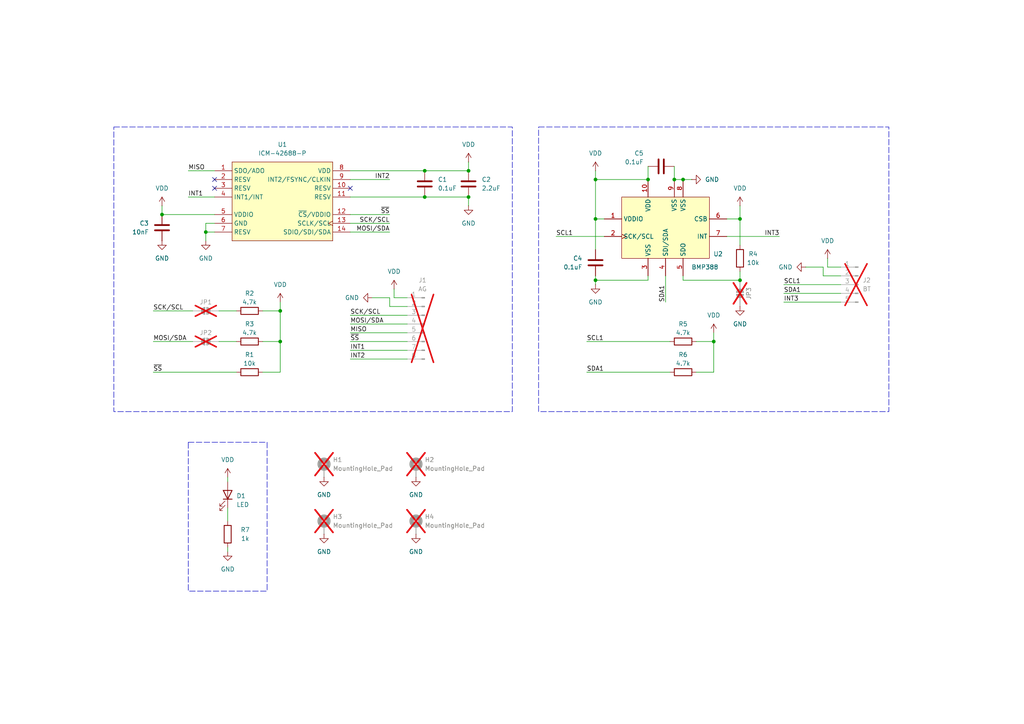
<source format=kicad_sch>
(kicad_sch (version 20231120) (generator "eeschema") (generator_version "8.0")
  (paper "A4")
  (title_block (title "Barsotion DevBoard AH1") (date "2024-08-05") (rev "v1") (company "Barsotion KOy") (comment 2 "Victor Kinderknecht"))
  (lib_symbols
    (symbol "Connector:Conn_01x05_Pin" (pin_names (offset 1.016) hide)
      (property "Reference" "J" (at 0 7.62 0))
      (property "Value" "Conn_01x05_Pin" (at 0 -7.62 0))
      (symbol "Conn_01x05_Pin_1_1"
        (polyline (pts (xy 1.27 -5.08) (xy 0.8636 -5.08)) (stroke (width 0.1524)))
        (polyline (pts (xy 1.27 -2.54) (xy 0.8636 -2.54)) (stroke (width 0.1524)))
        (polyline (pts (xy 1.27 0) (xy 0.8636 0)) (stroke (width 0.1524)))
        (polyline (pts (xy 1.27 2.54) (xy 0.8636 2.54)) (stroke (width 0.1524)))
        (polyline (pts (xy 1.27 5.08) (xy 0.8636 5.08)) (stroke (width 0.1524)))
        (rectangle (start 0.8636 -4.953) (end 0 -5.207) (stroke (width 0.1524)) (fill (type outline)))
        (rectangle (start 0.8636 -2.413) (end 0 -2.667) (stroke (width 0.1524)) (fill (type outline)))
        (rectangle (start 0.8636 0.127) (end 0 -0.127) (stroke (width 0.1524)) (fill (type outline)))
        (rectangle (start 0.8636 2.667) (end 0 2.413) (stroke (width 0.1524)) (fill (type outline)))
        (rectangle (start 0.8636 5.207) (end 0 4.953) (stroke (width 0.1524)) (fill (type outline)))
        (pin passive line (at 5.08 5.08 180) (length 3.81) (name "Pin_1") (number "1"))
        (pin passive line (at 5.08 2.54 180) (length 3.81) (name "Pin_2") (number "2"))
        (pin passive line (at 5.08 0 180) (length 3.81) (name "Pin_3") (number "3"))
        (pin passive line (at 5.08 -2.54 180) (length 3.81) (name "Pin_4") (number "4"))
        (pin passive line (at 5.08 -5.08 180) (length 3.81) (name "Pin_5") (number "5"))
      )
    )
    (symbol "Connector:Conn_01x08_Pin" (pin_names (offset 1.016) hide)
      (property "Reference" "J" (at 0 10.16 0))
      (property "Value" "Conn_01x08_Pin" (at 0 -12.7 0))
      (symbol "Conn_01x08_Pin_1_1"
        (polyline (pts (xy 1.27 -10.16) (xy 0.8636 -10.16)) (stroke (width 0.1524)))
        (polyline (pts (xy 1.27 -7.62) (xy 0.8636 -7.62)) (stroke (width 0.1524)))
        (polyline (pts (xy 1.27 -5.08) (xy 0.8636 -5.08)) (stroke (width 0.1524)))
        (polyline (pts (xy 1.27 -2.54) (xy 0.8636 -2.54)) (stroke (width 0.1524)))
        (polyline (pts (xy 1.27 0) (xy 0.8636 0)) (stroke (width 0.1524)))
        (polyline (pts (xy 1.27 2.54) (xy 0.8636 2.54)) (stroke (width 0.1524)))
        (polyline (pts (xy 1.27 5.08) (xy 0.8636 5.08)) (stroke (width 0.1524)))
        (polyline (pts (xy 1.27 7.62) (xy 0.8636 7.62)) (stroke (width 0.1524)))
        (rectangle (start 0.8636 -10.033) (end 0 -10.287) (stroke (width 0.1524)) (fill (type outline)))
        (rectangle (start 0.8636 -7.493) (end 0 -7.747) (stroke (width 0.1524)) (fill (type outline)))
        (rectangle (start 0.8636 -4.953) (end 0 -5.207) (stroke (width 0.1524)) (fill (type outline)))
        (rectangle (start 0.8636 -2.413) (end 0 -2.667) (stroke (width 0.1524)) (fill (type outline)))
        (rectangle (start 0.8636 0.127) (end 0 -0.127) (stroke (width 0.1524)) (fill (type outline)))
        (rectangle (start 0.8636 2.667) (end 0 2.413) (stroke (width 0.1524)) (fill (type outline)))
        (rectangle (start 0.8636 5.207) (end 0 4.953) (stroke (width 0.1524)) (fill (type outline)))
        (rectangle (start 0.8636 7.747) (end 0 7.493) (stroke (width 0.1524)) (fill (type outline)))
        (pin passive line (at 5.08 7.62 180) (length 3.81) (name "Pin_1") (number "1"))
        (pin passive line (at 5.08 5.08 180) (length 3.81) (name "Pin_2") (number "2"))
        (pin passive line (at 5.08 2.54 180) (length 3.81) (name "Pin_3") (number "3"))
        (pin passive line (at 5.08 0 180) (length 3.81) (name "Pin_4") (number "4"))
        (pin passive line (at 5.08 -2.54 180) (length 3.81) (name "Pin_5") (number "5"))
        (pin passive line (at 5.08 -5.08 180) (length 3.81) (name "Pin_6") (number "6"))
        (pin passive line (at 5.08 -7.62 180) (length 3.81) (name "Pin_7") (number "7"))
        (pin passive line (at 5.08 -10.16 180) (length 3.81) (name "Pin_8") (number "8"))
      )
    )
    (symbol "Device:C" (pin_numbers hide) (pin_names (offset 0.254))
      (property "Reference" "C" (at 0.635 2.54 0))
      (property "Value" "C" (at 0.635 -2.54 0))
      (symbol "C_0_1"
        (polyline (pts (xy -2.032 -0.762) (xy 2.032 -0.762)) (stroke (width 0.508)))
        (polyline (pts (xy -2.032 0.762) (xy 2.032 0.762)) (stroke (width 0.508)))
      )
      (symbol "C_1_1"
        (pin passive line (at 0 3.81 270) (length 2.794) (name "~") (number "1"))
        (pin passive line (at 0 -3.81 90) (length 2.794) (name "~") (number "2"))
      )
    )
    (symbol "Device:LED" (pin_numbers hide) (pin_names (offset 1.016) hide)
      (property "Reference" "D" (at 0 2.54 0))
      (property "Value" "LED" (at 0 -2.54 0))
      (symbol "LED_0_1"
        (polyline (pts (xy -1.27 -1.27) (xy -1.27 1.27)) (stroke (width 0.254)))
        (polyline (pts (xy -1.27 0) (xy 1.27 0)))
        (polyline (pts (xy 1.27 -1.27) (xy 1.27 1.27) (xy -1.27 0) (xy 1.27 -1.27)) (stroke (width 0.254)))
        (polyline (pts (xy -3.048 -0.762) (xy -4.572 -2.286) (xy -3.81 -2.286) (xy -4.572 -2.286) (xy -4.572 -1.524)))
        (polyline (pts (xy -1.778 -0.762) (xy -3.302 -2.286) (xy -2.54 -2.286) (xy -3.302 -2.286) (xy -3.302 -1.524)))
      )
      (symbol "LED_1_1"
        (pin passive line (at -3.81 0 0) (length 2.54) (name "K") (number "1"))
        (pin passive line (at 3.81 0 180) (length 2.54) (name "A") (number "2"))
      )
    )
    (symbol "Device:R" (pin_numbers hide) (pin_names (offset 0))
      (property "Reference" "R" (at 2.032 0 90))
      (property "Value" "R" (at 0 0 90))
      (symbol "R_0_1"
        (rectangle (start -1.016 -2.54) (end 1.016 2.54) (stroke (width 0.254)))
      )
      (symbol "R_1_1"
        (pin passive line (at 0 3.81 270) (length 1.27) (name "~") (number "1"))
        (pin passive line (at 0 -3.81 90) (length 1.27) (name "~") (number "2"))
      )
    )
    (symbol "Jumper:SolderJumper_2_Open" (pin_numbers hide) (pin_names (offset 0) hide) (exclude_from_sim yes) (in_bom no)
      (property "Reference" "JP" (at 0 2.032 0))
      (property "Value" "SolderJumper_2_Open" (at 0 -2.54 0))
      (symbol "SolderJumper_2_Open_0_1"
        (arc (start -0.254 1.016) (mid -1.2656 0) (end -0.254 -1.016))
        (arc (start -0.254 1.016) (mid -1.2656 0) (end -0.254 -1.016) (fill (type outline)))
        (polyline (pts (xy -0.254 1.016) (xy -0.254 -1.016)))
        (polyline (pts (xy 0.254 1.016) (xy 0.254 -1.016)))
        (arc (start 0.254 -1.016) (mid 1.2656 0) (end 0.254 1.016))
        (arc (start 0.254 -1.016) (mid 1.2656 0) (end 0.254 1.016) (fill (type outline)))
      )
      (symbol "SolderJumper_2_Open_1_1"
        (pin passive line (at -3.81 0 0) (length 2.54) (name "A") (number "1"))
        (pin passive line (at 3.81 0 180) (length 2.54) (name "B") (number "2"))
      )
    )
    (symbol "Mechanical:MountingHole_Pad" (pin_numbers hide) (pin_names (offset 1.016) hide) (exclude_from_sim yes) (in_bom no)
      (property "Reference" "H" (at 0 6.35 0))
      (property "Value" "MountingHole_Pad" (at 0 4.445 0))
      (symbol "MountingHole_Pad_0_1"
        (circle (center 0 1.27) (radius 1.27) (stroke (width 1.27)))
      )
      (symbol "MountingHole_Pad_1_1"
        (pin input line (at 0 -2.54 90) (length 2.54) (name "1") (number "1"))
      )
    )
    (symbol "Sensors:BMP388"
      (property "Reference" "U" (at 8.89 -10.16 0))
      (property "Value" "BMP388" (at 7.62 -11.43 0))
      (symbol "BMP388_1_1"
        (rectangle (start -12.7 8.89) (end 12.7 -8.89) (fill (type background)))
        (pin power_in line (at -17.78 2.54 0) (length 5.08) (name "VDDIO") (number "1"))
        (pin power_in line (at -5.08 13.97 270) (length 5.08) (name "VDD") (number "10"))
        (pin input clock (at -17.78 -2.54 0) (length 5.08) (name "SCK/SCL") (number "2"))
        (pin power_in line (at -5.08 -13.97 90) (length 5.08) (name "VSS") (number "3"))
        (pin passive line (at 0 -13.97 90) (length 5.08) (name "SDI/SDA") (number "4"))
        (pin passive line (at 5.08 -13.97 90) (length 5.08) (name "SDO") (number "5"))
        (pin input line (at 17.78 2.54 180) (length 5.08) (name "CSB") (number "6"))
        (pin output line (at 17.78 -2.54 180) (length 5.08) (name "INT") (number "7"))
        (pin power_in line (at 5.08 13.97 270) (length 5.08) (name "VSS") (number "8"))
        (pin power_in line (at 2.54 13.97 270) (length 5.08) (name "VSS") (number "9"))
      )
    )
    (symbol "Sensors:ICM-42688-P"
      (property "Reference" "U" (at 6.35 12.7 0))
      (property "Value" "ICM-42688-P" (at -6.35 12.7 0))
      (symbol "ICM-42688-P_1_1"
        (rectangle (start -15.24 11.43) (end 13.97 -11.43) (fill (type background)))
        (pin passive line (at -20.32 8.89 0) (length 5.08) (name "SDO/ADO") (number "1"))
        (pin passive line (at 19.05 3.81 180) (length 5.08) (name "RESV") (number "10"))
        (pin power_in line (at 19.05 1.27 180) (length 5.08) (name "RESV") (number "11"))
        (pin input line (at 19.05 -3.81 180) (length 5.08) (name "~{CS}/VDDIO") (number "12"))
        (pin input clock (at 19.05 -6.35 180) (length 5.08) (name "SCLK/SCL") (number "13"))
        (pin input line (at 19.05 -8.89 180) (length 5.08) (name "SDIO/SDI/SDA") (number "14"))
        (pin passive line (at -20.32 6.35 0) (length 5.08) (name "RESV") (number "2"))
        (pin passive line (at -20.32 3.81 0) (length 5.08) (name "RESV") (number "3"))
        (pin output line (at -20.32 1.27 0) (length 5.08) (name "INT1/INT") (number "4"))
        (pin power_in line (at -20.32 -3.81 0) (length 5.08) (name "VDDIO") (number "5"))
        (pin power_in line (at -20.32 -6.35 0) (length 5.08) (name "GND") (number "6"))
        (pin passive line (at -20.32 -8.89 0) (length 5.08) (name "RESV") (number "7"))
        (pin power_in line (at 19.05 8.89 180) (length 5.08) (name "VDD") (number "8"))
        (pin passive line (at 19.05 6.35 180) (length 5.08) (name "INT2/FSYNC/CLKIN") (number "9"))
      )
    )
    (symbol "power:GND" (power) (pin_numbers hide) (pin_names (offset 0) hide)
      (property "Value" "GND" (at 0 -3.81 0))
      (symbol "GND_0_1"
        (polyline (pts (xy 0 0) (xy 0 -1.27) (xy 1.27 -1.27) (xy 0 -2.54) (xy -1.27 -1.27) (xy 0 -1.27)))
      )
      (symbol "GND_1_1"
        (pin power_in line (at 0 0 270) (length 0) (name "~") (number "1"))
      )
    )
    (symbol "power:VDD" (power) (pin_numbers hide) (pin_names (offset 0) hide)
      (property "Value" "VDD" (at 0 3.556 0))
      (symbol "VDD_0_1"
        (polyline (pts (xy -0.762 1.27) (xy 0 2.54)))
        (polyline (pts (xy 0 0) (xy 0 2.54)))
        (polyline (pts (xy 0 2.54) (xy 0.762 1.27)))
      )
      (symbol "VDD_1_1"
        (pin power_in line (at 0 0 90) (length 0) (name "~") (number "1"))
      )
    )
  )
  (junction (at 172.72 52.07))
  (junction (at 195.58 52.07))
  (junction (at 198.12 52.07))
  (junction (at 135.89 49.53))
  (junction (at 46.99 62.23))
  (junction (at 123.19 49.53))
  (junction (at 81.28 90.17))
  (junction (at 172.72 63.5))
  (junction (at 81.28 99.06))
  (junction (at 135.89 57.15))
  (junction (at 187.96 52.07))
  (junction (at 214.63 63.5))
  (junction (at 207.01 99.06))
  (junction (at 59.69 67.31))
  (junction (at 214.63 81.28))
  (junction (at 172.72 81.28))
  (junction (at 123.19 57.15))
  (no_connect (at 101.6 54.61))
  (no_connect (at 62.23 54.61))
  (no_connect (at 62.23 52.07))
  (wire (pts (xy 207.01 96.52) (xy 207.01 99.06)))
  (wire (pts (xy 214.63 81.28) (xy 214.63 78.74)))
  (wire (pts (xy 81.28 90.17) (xy 81.28 99.06)))
  (wire (pts (xy 44.45 107.95) (xy 68.58 107.95)))
  (wire (pts (xy 172.72 81.28) (xy 172.72 82.55)))
  (wire (pts (xy 233.68 77.47) (xy 238.76 77.47)))
  (wire (pts (xy 76.2 107.95) (xy 81.28 107.95)))
  (wire (pts (xy 214.63 63.5) (xy 214.63 71.12)))
  (wire (pts (xy 172.72 63.5) (xy 172.72 52.07)))
  (wire (pts (xy 172.72 72.39) (xy 172.72 63.5)))
  (wire (pts (xy 123.19 49.53) (xy 135.89 49.53)))
  (wire (pts (xy 187.96 81.28) (xy 172.72 81.28)))
  (wire (pts (xy 66.04 158.75) (xy 66.04 160.02)))
  (wire (pts (xy 81.28 107.95) (xy 81.28 99.06)))
  (wire (pts (xy 135.89 46.99) (xy 135.89 49.53)))
  (wire (pts (xy 107.95 86.36) (xy 113.03 86.36)))
  (wire (pts (xy 210.82 68.58) (xy 226.06 68.58)))
  (wire (pts (xy 76.2 90.17) (xy 81.28 90.17)))
  (wire (pts (xy 101.6 101.6) (xy 118.11 101.6)))
  (wire (pts (xy 101.6 62.23) (xy 113.03 62.23)))
  (wire (pts (xy 101.6 57.15) (xy 123.19 57.15)))
  (wire (pts (xy 214.63 63.5) (xy 210.82 63.5)))
  (wire (pts (xy 172.72 49.53) (xy 172.72 52.07)))
  (wire (pts (xy 198.12 80.01) (xy 198.12 81.28)))
  (wire (pts (xy 207.01 107.95) (xy 207.01 99.06)))
  (wire (pts (xy 195.58 48.26) (xy 195.58 52.07)))
  (wire (pts (xy 240.03 77.47) (xy 243.84 77.47)))
  (wire (pts (xy 227.33 85.09) (xy 243.84 85.09)))
  (wire (pts (xy 114.3 86.36) (xy 118.11 86.36)))
  (wire (pts (xy 187.96 80.01) (xy 187.96 81.28)))
  (wire (pts (xy 227.33 87.63) (xy 243.84 87.63)))
  (wire (pts (xy 46.99 62.23) (xy 62.23 62.23)))
  (wire (pts (xy 101.6 96.52) (xy 118.11 96.52)))
  (wire (pts (xy 66.04 147.32) (xy 66.04 151.13)))
  (wire (pts (xy 123.19 57.15) (xy 135.89 57.15)))
  (wire (pts (xy 198.12 81.28) (xy 214.63 81.28)))
  (wire (pts (xy 101.6 91.44) (xy 118.11 91.44)))
  (wire (pts (xy 101.6 52.07) (xy 113.03 52.07)))
  (wire (pts (xy 81.28 99.06) (xy 76.2 99.06)))
  (wire (pts (xy 101.6 49.53) (xy 123.19 49.53)))
  (wire (pts (xy 113.03 88.9) (xy 118.11 88.9)))
  (wire (pts (xy 101.6 104.14) (xy 118.11 104.14)))
  (wire (pts (xy 46.99 59.69) (xy 46.99 62.23)))
  (wire (pts (xy 59.69 64.77) (xy 59.69 67.31)))
  (wire (pts (xy 113.03 86.36) (xy 113.03 88.9)))
  (wire (pts (xy 63.5 90.17) (xy 68.58 90.17)))
  (wire (pts (xy 135.89 57.15) (xy 135.89 59.69)))
  (wire (pts (xy 172.72 63.5) (xy 175.26 63.5)))
  (wire (pts (xy 66.04 138.43) (xy 66.04 139.7)))
  (wire (pts (xy 170.18 99.06) (xy 194.31 99.06)))
  (wire (pts (xy 54.61 49.53) (xy 62.23 49.53)))
  (wire (pts (xy 240.03 74.93) (xy 240.03 77.47)))
  (wire (pts (xy 62.23 64.77) (xy 59.69 64.77)))
  (wire (pts (xy 63.5 99.06) (xy 68.58 99.06)))
  (wire (pts (xy 44.45 99.06) (xy 55.88 99.06)))
  (wire (pts (xy 201.93 107.95) (xy 207.01 107.95)))
  (wire (pts (xy 101.6 93.98) (xy 118.11 93.98)))
  (wire (pts (xy 101.6 64.77) (xy 113.03 64.77)))
  (wire (pts (xy 198.12 52.07) (xy 200.66 52.07)))
  (wire (pts (xy 238.76 77.47) (xy 238.76 80.01)))
  (wire (pts (xy 207.01 99.06) (xy 201.93 99.06)))
  (wire (pts (xy 187.96 48.26) (xy 187.96 52.07)))
  (wire (pts (xy 195.58 52.07) (xy 198.12 52.07)))
  (wire (pts (xy 172.72 81.28) (xy 172.72 80.01)))
  (wire (pts (xy 114.3 83.82) (xy 114.3 86.36)))
  (wire (pts (xy 214.63 59.69) (xy 214.63 63.5)))
  (wire (pts (xy 172.72 52.07) (xy 187.96 52.07)))
  (wire (pts (xy 227.33 82.55) (xy 243.84 82.55)))
  (wire (pts (xy 101.6 67.31) (xy 113.03 67.31)))
  (wire (pts (xy 238.76 80.01) (xy 243.84 80.01)))
  (wire (pts (xy 161.29 68.58) (xy 175.26 68.58)))
  (wire (pts (xy 59.69 69.85) (xy 59.69 67.31)))
  (wire (pts (xy 170.18 107.95) (xy 194.31 107.95)))
  (wire (pts (xy 101.6 99.06) (xy 118.11 99.06)))
  (wire (pts (xy 193.04 80.01) (xy 193.04 87.63)))
  (wire (pts (xy 54.61 57.15) (xy 62.23 57.15)))
  (wire (pts (xy 59.69 67.31) (xy 62.23 67.31)))
  (wire (pts (xy 81.28 87.63) (xy 81.28 90.17)))
  (wire (pts (xy 44.45 90.17) (xy 55.88 90.17)))
  (rectangle (start 156.21 36.83) (end 257.81 119.38) (stroke (width 0) (type dash)))
  (rectangle (start 54.61 128.27) (end 77.47 171.45) (stroke (width 0) (type dash)))
  (rectangle (start 33.02 36.83) (end 148.59 119.38) (stroke (width 0) (type dash)))
  (label "SCK{slash}SCL" (at 44.45 90.17 0))
  (label "INT2" (at 113.03 52.07 180))
  (label "SDA1" (at 170.18 107.95 0))
  (label "~{SS}" (at 113.03 62.23 180))
  (label "INT1" (at 54.61 57.15 0))
  (label "~{SS}" (at 101.6 99.06 0))
  (label "SDA1" (at 193.04 87.63 90))
  (label "MISO" (at 54.61 49.53 0))
  (label "~{SS}" (at 44.45 107.95 0))
  (label "INT3" (at 226.06 68.58 180))
  (label "SCK{slash}SCL" (at 101.6 91.44 0))
  (label "INT1" (at 101.6 101.6 0))
  (label "SCK{slash}SCL" (at 113.03 64.77 180))
  (label "MISO" (at 101.6 96.52 0))
  (label "SCL1" (at 227.33 82.55 0))
  (label "SDA1" (at 227.33 85.09 0))
  (label "SCL1" (at 161.29 68.58 0))
  (label "MOSI{slash}SDA" (at 44.45 99.06 0))
  (label "MOSI{slash}SDA" (at 101.6 93.98 0))
  (label "INT3" (at 227.33 87.63 0))
  (label "INT2" (at 101.6 104.14 0))
  (label "MOSI{slash}SDA" (at 113.03 67.31 180))
  (label "SCL1" (at 170.18 99.06 0))
  (symbol (lib_id "Device:R") (at 198.12 99.06 90) (unit 1)
    (property "Reference" "R5" (at 198.12 93.98 90))
    (property "Value" "4.7k" (at 198.12 96.52 90))
    (property "Footprint" "Resistor_SMD:R_0603_1608Metric" (effects (hide yes)))
    (property "Description" "Resistor 0603" (effects (hide yes)))
  )
  (symbol (lib_id "power:VDD") (at 135.89 46.99 0) (unit 1)
    (property "Reference" "#PWR05" (effects (hide yes)))
    (property "Value" "VDD" (at 135.89 41.91 0))
    (property "Description" "Power symbol creates a global label with name \"VDD\"" (effects (hide yes)))
  )
  (symbol (lib_id "power:GND") (at 66.04 160.02 0) (unit 1)
    (property "Reference" "#PWR018" (effects (hide yes)))
    (property "Value" "GND" (at 66.04 165.1 0))
    (property "Description" "Power symbol creates a global label with name \"GND\" , ground" (effects (hide yes)))
  )
  (symbol (lib_id "Device:R") (at 66.04 154.94 0) (unit 1)
    (property "Reference" "R7" (at 71.12 153.67 0))
    (property "Value" "1k" (at 71.12 156.21 0))
    (property "Footprint" "Resistor_SMD:R_0603_1608Metric" (effects (hide yes)))
    (property "Description" "Resistor 0603" (effects (hide yes)))
  )
  (symbol (lib_id "Mechanical:MountingHole_Pad") (at 120.65 152.4 0) (unit 1) (exclude_from_sim yes) (in_bom no) (dnp yes)
    (property "Reference" "H4" (at 123.19 149.8599 0) (effects (justify left)))
    (property "Value" "MountingHole_Pad" (at 123.19 152.3999 0) (effects (justify left)))
    (property "Footprint" "MountingHole:MountingHole_2.7mm_Pad_Via" (effects (hide yes)))
    (property "Description" "Mounting Hole with connection" (effects (hide yes)))
  )
  (symbol (lib_id "Device:R") (at 72.39 90.17 90) (unit 1)
    (property "Reference" "R2" (at 72.39 85.09 90))
    (property "Value" "4.7k" (at 72.39 87.63 90))
    (property "Footprint" "Resistor_SMD:R_0603_1608Metric" (effects (hide yes)))
    (property "Description" "Resistor 0603" (effects (hide yes)))
  )
  (symbol (lib_id "power:GND") (at 120.65 138.43 0) (unit 1) (in_bom no)
    (property "Reference" "#PWR020" (effects (hide yes)))
    (property "Value" "GND" (at 120.65 143.51 0))
    (property "Description" "Power symbol creates a global label with name \"GND\" , ground" (effects (hide yes)))
  )
  (symbol (lib_id "power:GND") (at 107.95 86.36 270) (unit 1)
    (property "Reference" "#PWR013" (effects (hide yes)))
    (property "Value" "GND" (at 104.14 86.3599 90) (effects (justify right)))
    (property "Description" "Power symbol creates a global label with name \"GND\" , ground" (effects (hide yes)))
  )
  (symbol (lib_id "power:GND") (at 46.99 69.85 0) (unit 1)
    (property "Reference" "#PWR03" (effects (hide yes)))
    (property "Value" "GND" (at 46.99 74.93 0))
    (property "Description" "Power symbol creates a global label with name \"GND\" , ground" (effects (hide yes)))
  )
  (symbol (lib_id "power:VDD") (at 240.03 74.93 0) (unit 1)
    (property "Reference" "#PWR016" (effects (hide yes)))
    (property "Value" "VDD" (at 240.03 69.85 0))
    (property "Description" "Power symbol creates a global label with name \"VDD\"" (effects (hide yes)))
  )
  (symbol (lib_id "Device:C") (at 135.89 53.34 0) (unit 1)
    (property "Reference" "C2" (at 139.7 52.0699 0) (effects (justify left)))
    (property "Value" "2.2uF" (at 139.7 54.6099 0) (effects (justify left)))
    (property "Footprint" "Capacitor_SMD:C_0603_1608Metric" (effects (hide yes)))
    (property "Description" "Unpolarized capacitor 0603 X7R" (effects (hide yes)))
  )
  (symbol (lib_id "power:GND") (at 93.98 154.94 0) (unit 1) (in_bom no)
    (property "Reference" "#PWR021" (effects (hide yes)))
    (property "Value" "GND" (at 93.98 160.02 0))
    (property "Description" "Power symbol creates a global label with name \"GND\" , ground" (effects (hide yes)))
  )
  (symbol (lib_id "Mechanical:MountingHole_Pad") (at 93.98 135.89 0) (unit 1) (exclude_from_sim yes) (in_bom no) (dnp yes)
    (property "Reference" "H1" (at 96.52 133.3499 0) (effects (justify left)))
    (property "Value" "MountingHole_Pad" (at 96.52 135.8899 0) (effects (justify left)))
    (property "Footprint" "MountingHole:MountingHole_2.7mm_Pad_Via" (effects (hide yes)))
    (property "Description" "Mounting Hole with connection" (effects (hide yes)))
  )
  (symbol (lib_id "power:VDD") (at 214.63 59.69 0) (unit 1)
    (property "Reference" "#PWR08" (effects (hide yes)))
    (property "Value" "VDD" (at 214.63 54.61 0))
    (property "Description" "Power symbol creates a global label with name \"VDD\"" (effects (hide yes)))
  )
  (symbol (lib_id "Mechanical:MountingHole_Pad") (at 120.65 135.89 0) (unit 1) (exclude_from_sim yes) (in_bom no) (dnp yes)
    (property "Reference" "H2" (at 123.19 133.3499 0) (effects (justify left)))
    (property "Value" "MountingHole_Pad" (at 123.19 135.8899 0) (effects (justify left)))
    (property "Footprint" "MountingHole:MountingHole_2.7mm_Pad_Via" (effects (hide yes)))
    (property "Description" "Mounting Hole with connection" (effects (hide yes)))
  )
  (symbol (lib_id "Device:R") (at 214.63 74.93 0) (unit 1)
    (property "Reference" "R4" (at 218.44 73.66 0))
    (property "Value" "10k" (at 218.44 76.2 0))
    (property "Footprint" "Resistor_SMD:R_0603_1608Metric" (effects (hide yes)))
    (property "Description" "Resistor 0603" (effects (hide yes)))
  )
  (symbol (lib_id "Device:LED") (at 66.04 143.51 270) (mirror x) (unit 1)
    (property "Reference" "D1" (at 68.58 143.8274 90) (effects (justify left)))
    (property "Value" "LED" (at 68.58 146.3674 90) (effects (justify left)))
    (property "Footprint" "LED_SMD:LED_0603_1608Metric" (effects (hide yes)))
    (property "Description" "Light emitting diode, green 0603" (effects (hide yes)))
  )
  (symbol (lib_id "power:VDD") (at 46.99 59.69 0) (unit 1)
    (property "Reference" "#PWR06" (effects (hide yes)))
    (property "Value" "VDD" (at 46.99 54.61 0))
    (property "Description" "Power symbol creates a global label with name \"VDD\"" (effects (hide yes)))
  )
  (symbol (lib_id "Sensors:BMP388") (at 193.04 66.04 0) (unit 1)
    (property "Reference" "U2" (at 208.28 73.66 0))
    (property "Value" "BMP388" (at 204.47 77.47 0))
    (property "Footprint" "Package_LGA:ST_HLGA-10_2x2mm_P0.5mm_LayoutBorder3x2y" (effects (hide yes)))
    (property "Datasheet" "https://pdf1.alldatasheet.com/datasheet-pdf/download/1132070/BOSCH/BMP388.html" (effects (hide yes)))
    (property "Description" "Bosch barometer thermometer" (effects (hide yes)))
  )
  (symbol (lib_id "power:GND") (at 59.69 69.85 0) (unit 1)
    (property "Reference" "#PWR02" (effects (hide yes)))
    (property "Value" "GND" (at 59.69 74.93 0))
    (property "Description" "Power symbol creates a global label with name \"GND\" , ground" (effects (hide yes)))
  )
  (symbol (lib_id "power:GND") (at 233.68 77.47 270) (unit 1)
    (property "Reference" "#PWR015" (effects (hide yes)))
    (property "Value" "GND" (at 229.87 77.4699 90) (effects (justify right)))
    (property "Description" "Power symbol creates a global label with name \"GND\" , ground" (effects (hide yes)))
  )
  (symbol (lib_id "power:GND") (at 214.63 88.9 0) (unit 1)
    (property "Reference" "#PWR010" (effects (hide yes)))
    (property "Value" "GND" (at 214.63 93.98 0))
    (property "Description" "Power symbol creates a global label with name \"GND\" , ground" (effects (hide yes)))
  )
  (symbol (lib_id "power:VDD") (at 207.01 96.52 0) (unit 1)
    (property "Reference" "#PWR012" (effects (hide yes)))
    (property "Value" "VDD" (at 207.01 91.44 0))
    (property "Description" "Power symbol creates a global label with name \"VDD\"" (effects (hide yes)))
  )
  (symbol (lib_id "power:VDD") (at 114.3 83.82 0) (unit 1)
    (property "Reference" "#PWR014" (effects (hide yes)))
    (property "Value" "VDD" (at 114.3 78.74 0))
    (property "Description" "Power symbol creates a global label with name \"VDD\"" (effects (hide yes)))
  )
  (symbol (lib_id "power:GND") (at 135.89 59.69 0) (unit 1)
    (property "Reference" "#PWR01" (effects (hide yes)))
    (property "Value" "GND" (at 135.89 64.77 0))
    (property "Description" "Power symbol creates a global label with name \"GND\" , ground" (effects (hide yes)))
  )
  (symbol (lib_id "power:GND") (at 120.65 154.94 0) (unit 1) (in_bom no)
    (property "Reference" "#PWR022" (effects (hide yes)))
    (property "Value" "GND" (at 120.65 160.02 0))
    (property "Description" "Power symbol creates a global label with name \"GND\" , ground" (effects (hide yes)))
  )
  (symbol (lib_id "Connector:Conn_01x08_Pin") (at 123.19 93.98 0) (mirror y) (unit 1) (dnp yes)
    (property "Reference" "J1" (at 122.555 81.28 0))
    (property "Value" "AG" (at 122.555 83.82 0))
    (property "Footprint" "Connector_PinHeader_2.54mm:PinHeader_1x08_P2.54mm_Vertical" (effects (hide yes)))
    (property "Description" "Generic connector, single row, 01x08, script generated" (effects (hide yes)))
  )
  (symbol (lib_id "Device:C") (at 123.19 53.34 0) (unit 1)
    (property "Reference" "C1" (at 127 52.0699 0) (effects (justify left)))
    (property "Value" "0.1uF" (at 127 54.6099 0) (effects (justify left)))
    (property "Footprint" "Capacitor_SMD:C_0603_1608Metric" (effects (hide yes)))
    (property "Description" "Unpolarized capacitor 0603 X7R" (effects (hide yes)))
  )
  (symbol (lib_id "Device:R") (at 72.39 107.95 90) (unit 1)
    (property "Reference" "R1" (at 72.39 102.87 90))
    (property "Value" "10k" (at 72.39 105.41 90))
    (property "Footprint" "Resistor_SMD:R_0603_1608Metric" (effects (hide yes)))
    (property "Description" "Resistor 0603" (effects (hide yes)))
  )
  (symbol (lib_id "Sensors:ICM-42688-P") (at 82.55 58.42 0) (unit 1)
    (property "Reference" "U1" (at 81.915 41.91 0))
    (property "Value" "ICM-42688-P" (at 81.915 44.45 0))
    (property "Footprint" "Package_LGA:LGA-14_3x2.5mm_P0.5mm_LayoutBorder3x4y" (effects (hide yes)))
    (property "Datasheet" "https://invensense.tdk.com/wp-content/uploads/2020/04/ds-000347_icm-42688-p-datasheet.pdf" (effects (hide yes)))
    (property "Description" "InvenSense High-precision 6-axes gyroscope accelerometer" (effects (hide yes)))
  )
  (symbol (lib_id "Device:C") (at 191.77 48.26 270) (mirror x) (unit 1)
    (property "Reference" "C5" (at 186.69 44.45 90) (effects (justify right)))
    (property "Value" "0.1uF" (at 186.69 46.99 90) (effects (justify right)))
    (property "Footprint" "Capacitor_SMD:C_0603_1608Metric" (effects (hide yes)))
    (property "Description" "Unpolarized capacitor 0603 X7R" (effects (hide yes)))
  )
  (symbol (lib_id "Jumper:SolderJumper_2_Open") (at 59.69 90.17 0) (unit 1) (exclude_from_sim yes) (in_bom no) (dnp yes)
    (property "Reference" "JP1" (at 59.69 87.63 0))
    (property "Value" "SolderJumper_2_Open" (effects (hide yes)))
    (property "Footprint" "Jumper:SolderJumper-2_P1.3mm_Open_RoundedPad1.0x1.5mm" (effects (hide yes)))
    (property "Description" "Solder Jumper, 2-pole, open" (effects (hide yes)))
  )
  (symbol (lib_id "Device:C") (at 46.99 66.04 0) (mirror y) (unit 1)
    (property "Reference" "C3" (at 43.18 64.7699 0) (effects (justify left)))
    (property "Value" "10nF" (at 43.18 67.3099 0) (effects (justify left)))
    (property "Footprint" "Capacitor_SMD:C_0603_1608Metric" (effects (hide yes)))
    (property "Description" "Unpolarized capacitor 0603 X7R" (effects (hide yes)))
  )
  (symbol (lib_id "power:VDD") (at 81.28 87.63 0) (unit 1)
    (property "Reference" "#PWR04" (effects (hide yes)))
    (property "Value" "VDD" (at 81.28 82.55 0))
    (property "Description" "Power symbol creates a global label with name \"VDD\"" (effects (hide yes)))
  )
  (symbol (lib_id "Device:R") (at 198.12 107.95 90) (unit 1)
    (property "Reference" "R6" (at 198.12 102.87 90))
    (property "Value" "4.7k" (at 198.12 105.41 90))
    (property "Footprint" "Resistor_SMD:R_0603_1608Metric" (effects (hide yes)))
    (property "Description" "Resistor 0603" (effects (hide yes)))
  )
  (symbol (lib_id "power:GND") (at 93.98 138.43 0) (unit 1) (in_bom no)
    (property "Reference" "#PWR019" (effects (hide yes)))
    (property "Value" "GND" (at 93.98 143.51 0))
    (property "Description" "Power symbol creates a global label with name \"GND\" , ground" (effects (hide yes)))
  )
  (symbol (lib_id "Device:C") (at 172.72 76.2 0) (mirror y) (unit 1)
    (property "Reference" "C4" (at 168.91 74.9299 0) (effects (justify left)))
    (property "Value" "0.1uF" (at 168.91 77.4699 0) (effects (justify left)))
    (property "Footprint" "Capacitor_SMD:C_0603_1608Metric" (effects (hide yes)))
    (property "Description" "Unpolarized capacitor 0603 X7R" (effects (hide yes)))
  )
  (symbol (lib_id "Device:R") (at 72.39 99.06 90) (unit 1)
    (property "Reference" "R3" (at 72.39 93.98 90))
    (property "Value" "4.7k" (at 72.39 96.52 90))
    (property "Footprint" "Resistor_SMD:R_0603_1608Metric" (effects (hide yes)))
    (property "Description" "Resistor 0603" (effects (hide yes)))
  )
  (symbol (lib_id "power:GND") (at 200.66 52.07 90) (unit 1)
    (property "Reference" "#PWR011" (effects (hide yes)))
    (property "Value" "GND" (at 204.47 52.0699 90) (effects (justify right)))
    (property "Description" "Power symbol creates a global label with name \"GND\" , ground" (effects (hide yes)))
  )
  (symbol (lib_id "Jumper:SolderJumper_2_Open") (at 59.69 99.06 0) (unit 1) (exclude_from_sim yes) (in_bom no) (dnp yes)
    (property "Reference" "JP2" (at 59.69 96.52 0))
    (property "Value" "SolderJumper_2_Open" (effects (hide yes)))
    (property "Footprint" "Jumper:SolderJumper-2_P1.3mm_Open_RoundedPad1.0x1.5mm" (effects (hide yes)))
    (property "Description" "Solder Jumper, 2-pole, open" (effects (hide yes)))
  )
  (symbol (lib_id "Mechanical:MountingHole_Pad") (at 93.98 152.4 0) (unit 1) (exclude_from_sim yes) (in_bom no) (dnp yes)
    (property "Reference" "H3" (at 96.52 149.8599 0) (effects (justify left)))
    (property "Value" "MountingHole_Pad" (at 96.52 152.3999 0) (effects (justify left)))
    (property "Footprint" "MountingHole:MountingHole_2.7mm_Pad_Via" (effects (hide yes)))
    (property "Description" "Mounting Hole with connection" (effects (hide yes)))
  )
  (symbol (lib_id "power:VDD") (at 172.72 49.53 0) (unit 1)
    (property "Reference" "#PWR07" (effects (hide yes)))
    (property "Value" "VDD" (at 172.72 44.45 0))
    (property "Description" "Power symbol creates a global label with name \"VDD\"" (effects (hide yes)))
  )
  (symbol (lib_id "Connector:Conn_01x05_Pin") (at 248.92 82.55 0) (mirror y) (unit 1) (dnp yes)
    (property "Reference" "J2" (at 250.19 81.2799 0) (effects (justify right)))
    (property "Value" "BT" (at 250.19 83.8199 0) (effects (justify right)))
    (property "Footprint" "Connector_PinHeader_2.54mm:PinHeader_1x05_P2.54mm_Vertical" (effects (hide yes)))
    (property "Description" "Generic connector, single row, 01x05, script generated" (effects (hide yes)))
  )
  (symbol (lib_id "Jumper:SolderJumper_2_Open") (at 214.63 85.09 270) (unit 1) (exclude_from_sim yes) (in_bom no) (dnp yes)
    (property "Reference" "JP3" (at 217.17 85.09 0))
    (property "Value" "SolderJumper_2_Open" (effects (hide yes)))
    (property "Footprint" "Jumper:SolderJumper-2_P1.3mm_Open_RoundedPad1.0x1.5mm" (effects (hide yes)))
    (property "Description" "Solder Jumper, 2-pole, open" (effects (hide yes)))
  )
  (symbol (lib_id "power:VDD") (at 66.04 138.43 0) (unit 1)
    (property "Reference" "#PWR017" (effects (hide yes)))
    (property "Value" "VDD" (at 66.04 133.35 0))
    (property "Description" "Power symbol creates a global label with name \"VDD\"" (effects (hide yes)))
  )
  (symbol (lib_id "power:GND") (at 172.72 82.55 0) (unit 1)
    (property "Reference" "#PWR09" (effects (hide yes)))
    (property "Value" "GND" (at 172.72 87.63 0))
    (property "Description" "Power symbol creates a global label with name \"GND\" , ground" (effects (hide yes)))
  )
)
</source>
